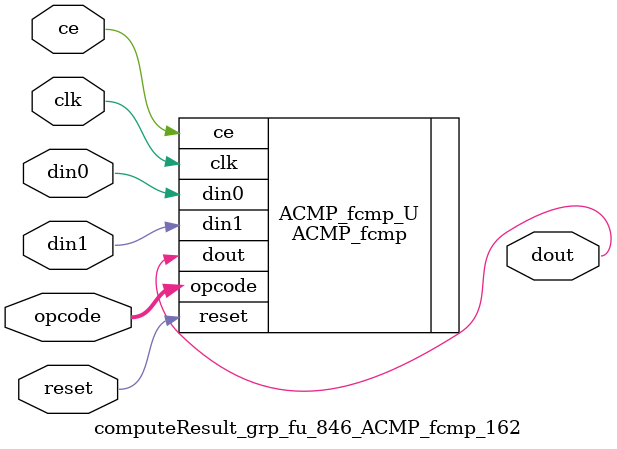
<source format=v>

`timescale 1 ns / 1 ps
module computeResult_grp_fu_846_ACMP_fcmp_162(
    clk,
    reset,
    ce,
    din0,
    din1,
    opcode,
    dout);

parameter ID = 32'd1;
parameter NUM_STAGE = 32'd1;
parameter din0_WIDTH = 32'd1;
parameter din1_WIDTH = 32'd1;
parameter dout_WIDTH = 32'd1;
input clk;
input reset;
input ce;
input[din0_WIDTH - 1:0] din0;
input[din1_WIDTH - 1:0] din1;
input[5 - 1:0] opcode;
output[dout_WIDTH - 1:0] dout;



ACMP_fcmp #(
.ID( ID ),
.NUM_STAGE( 3 ),
.din0_WIDTH( din0_WIDTH ),
.din1_WIDTH( din1_WIDTH ),
.dout_WIDTH( dout_WIDTH ))
ACMP_fcmp_U(
    .clk( clk ),
    .reset( reset ),
    .ce( ce ),
    .din0( din0 ),
    .din1( din1 ),
    .dout( dout ),
    .opcode( opcode ));

endmodule

</source>
